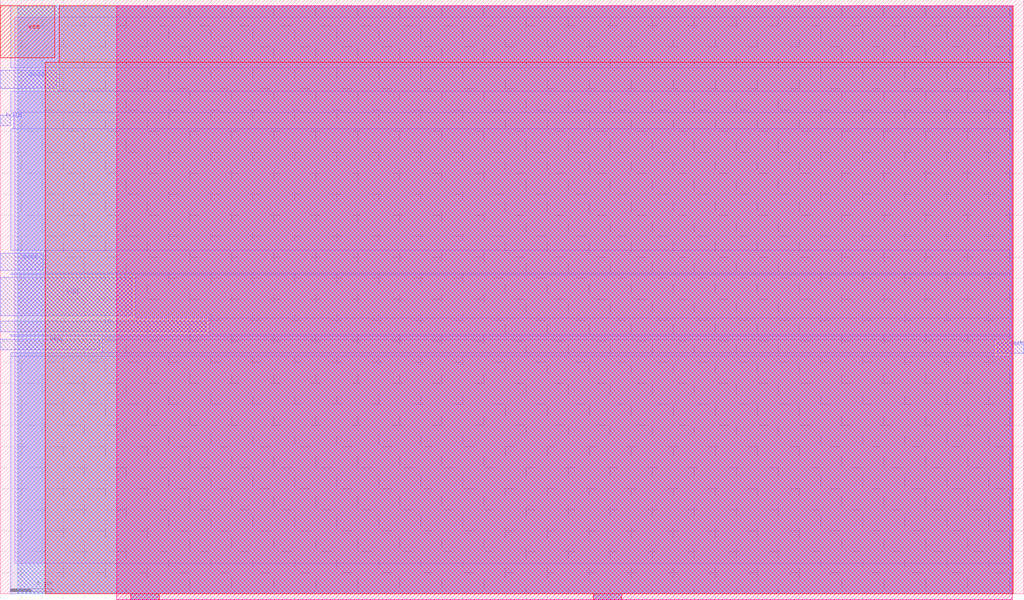
<source format=lef>
VERSION 5.7 ;
  NOWIREEXTENSIONATPIN ON ;
  DIVIDERCHAR "/" ;
  BUSBITCHARS "[]" ;
MACRO sample_and_hold
  CLASS BLOCK ;
  FOREIGN sample_and_hold ;
  ORIGIN 0.000 0.000 ;
  SIZE 97.345 BY 56.485 ;
  PIN out
    PORT
      LAYER met1 ;
        RECT 94.820 22.850 97.345 23.850 ;
    END
  END out
  PIN vdd
    PORT
      LAYER met1 ;
        RECT 0.000 26.420 12.575 30.075 ;
    END
  END vdd
  PIN hold
    PORT
      LAYER met1 ;
        RECT 0.000 44.505 1.000 45.505 ;
    END
  END hold
  PIN in
    PORT
      LAYER met1 ;
        RECT 0.000 24.930 19.605 25.930 ;
    END
  END in
  PIN vss
    PORT
      LAYER met4 ;
        RECT 0.000 50.955 5.195 55.915 ;
    END
  END vss
  PIN dvdd
    PORT
      LAYER met1 ;
        RECT 0.000 48.060 5.350 49.760 ;
    END
  END dvdd
  PIN dvss
    PORT
      LAYER met1 ;
        RECT 0.000 30.760 4.070 32.370 ;
    END
  END dvss
  PIN ena
    PORT
      LAYER met1 ;
        RECT 0.000 23.205 9.440 24.205 ;
    END
  END ena
  OBS
      LAYER li1 ;
        RECT 1.365 2.910 96.210 54.810 ;
      LAYER met1 ;
        RECT 1.000 50.040 96.050 55.910 ;
        RECT 5.630 47.780 96.050 50.040 ;
        RECT 1.000 45.785 96.050 47.780 ;
        RECT 1.280 44.225 96.050 45.785 ;
        RECT 1.000 32.650 96.050 44.225 ;
        RECT 4.350 30.480 96.050 32.650 ;
        RECT 1.000 30.355 96.050 30.480 ;
        RECT 12.855 26.210 96.050 30.355 ;
        RECT 19.885 24.650 96.050 26.210 ;
        RECT 1.000 24.485 96.050 24.650 ;
        RECT 9.720 24.130 96.050 24.485 ;
        RECT 9.720 22.925 94.540 24.130 ;
        RECT 1.000 22.570 94.540 22.925 ;
        RECT 1.000 0.000 96.050 22.570 ;
        RECT 12.390 -0.570 15.105 0.000 ;
        RECT 56.390 -0.570 59.105 0.000 ;
      LAYER met2 ;
        RECT 1.685 0.000 96.175 55.910 ;
        RECT 12.390 -0.570 15.105 0.000 ;
        RECT 56.390 -0.570 59.105 0.000 ;
      LAYER met3 ;
        RECT 1.685 0.000 96.325 55.910 ;
        RECT 12.390 -0.570 15.105 0.000 ;
        RECT 56.390 -0.570 59.105 0.000 ;
      LAYER met4 ;
        RECT 5.595 50.555 96.320 55.910 ;
        RECT 4.285 0.000 96.320 50.555 ;
        RECT 12.390 -0.570 15.105 0.000 ;
        RECT 56.390 -0.570 59.105 0.000 ;
      LAYER met5 ;
        RECT 11.075 -0.570 96.245 55.910 ;
  END
END sample_and_hold
END LIBRARY


</source>
